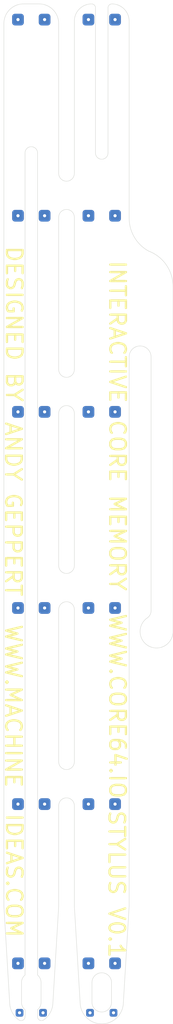
<source format=kicad_pcb>
(kicad_pcb (version 20171130) (host pcbnew "(5.1.2-1)-1")

  (general
    (thickness 1.6)
    (drawings 113)
    (tracks 0)
    (zones 0)
    (modules 32)
    (nets 1)
  )

  (page A4)
  (layers
    (0 F.Cu signal)
    (31 B.Cu signal)
    (32 B.Adhes user)
    (33 F.Adhes user)
    (34 B.Paste user)
    (35 F.Paste user)
    (36 B.SilkS user)
    (37 F.SilkS user)
    (38 B.Mask user)
    (39 F.Mask user)
    (40 Dwgs.User user hide)
    (41 Cmts.User user)
    (42 Eco1.User user hide)
    (43 Eco2.User user hide)
    (44 Edge.Cuts user)
    (45 Margin user)
    (46 B.CrtYd user)
    (47 F.CrtYd user)
    (48 B.Fab user)
    (49 F.Fab user hide)
  )

  (setup
    (last_trace_width 0.25)
    (trace_clearance 0.2)
    (zone_clearance 0.508)
    (zone_45_only no)
    (trace_min 0.2)
    (via_size 0.8)
    (via_drill 0.4)
    (via_min_size 0.4)
    (via_min_drill 0.3)
    (uvia_size 0.3)
    (uvia_drill 0.1)
    (uvias_allowed no)
    (uvia_min_size 0.2)
    (uvia_min_drill 0.1)
    (edge_width 0.05)
    (segment_width 0.2)
    (pcb_text_width 0.3)
    (pcb_text_size 1.5 1.5)
    (mod_edge_width 0.12)
    (mod_text_size 1 1)
    (mod_text_width 0.15)
    (pad_size 1.524 1.524)
    (pad_drill 0.762)
    (pad_to_mask_clearance 0.051)
    (solder_mask_min_width 0.25)
    (aux_axis_origin 0 0)
    (visible_elements FFFFEF7F)
    (pcbplotparams
      (layerselection 0x010f0_ffffffff)
      (usegerberextensions false)
      (usegerberattributes false)
      (usegerberadvancedattributes false)
      (creategerberjobfile false)
      (excludeedgelayer true)
      (linewidth 0.100000)
      (plotframeref false)
      (viasonmask false)
      (mode 1)
      (useauxorigin false)
      (hpglpennumber 1)
      (hpglpenspeed 20)
      (hpglpendiameter 15.000000)
      (psnegative false)
      (psa4output false)
      (plotreference true)
      (plotvalue true)
      (plotinvisibletext false)
      (padsonsilk false)
      (subtractmaskfromsilk false)
      (outputformat 1)
      (mirror false)
      (drillshape 0)
      (scaleselection 1)
      (outputdirectory "Core64_Stylus_V0.1_Gerbers/"))
  )

  (net 0 "")

  (net_class Default "This is the default net class."
    (clearance 0.2)
    (trace_width 0.25)
    (via_dia 0.8)
    (via_drill 0.4)
    (uvia_dia 0.3)
    (uvia_drill 0.1)
  )

  (module Panelization:mouse-bite-3mm-slot (layer F.Cu) (tedit 6050F014) (tstamp 60513A31)
    (at 29 124.4 90)
    (fp_text reference mouse-bite-3mm-slot (at 0 -2.032 90) (layer F.SilkS) hide
      (effects (font (size 1 1) (thickness 0.2)))
    )
    (fp_text value VAL** (at 0 2.032 90) (layer F.SilkS) hide
      (effects (font (size 1 1) (thickness 0.2)))
    )
    (fp_line (start 2.762 0) (end 2.762 0) (layer Eco1.User) (width 2))
    (fp_line (start -2.762 0) (end -2.762 0) (layer Eco1.User) (width 2))
    (fp_circle (center -2.762 0) (end -2.762 -0.06) (layer Dwgs.User) (width 0.05))
    (fp_circle (center 2.794 0) (end 2.854 0) (layer Dwgs.User) (width 0.05))
    (fp_arc (start 2.762 0) (end 2.762 1) (angle 180) (layer Eco2.User) (width 0.1))
    (fp_arc (start -2.762 0) (end -2.762 -1) (angle 180) (layer Eco2.User) (width 0.1))
    (pad "" np_thru_hole circle (at 1.524 0.75 90) (size 0.5 0.5) (drill 0.5) (layers *.Cu *.Mask))
    (pad "" np_thru_hole circle (at 1.524 -0.75 90) (size 0.5 0.5) (drill 0.5) (layers *.Cu *.Mask))
    (pad "" np_thru_hole circle (at 0.762 -0.75 90) (size 0.5 0.5) (drill 0.5) (layers *.Cu *.Mask))
    (pad "" np_thru_hole circle (at 0.762 0.75 90) (size 0.5 0.5) (drill 0.5) (layers *.Cu *.Mask))
    (pad "" np_thru_hole circle (at -0.012 0.75 90) (size 0.5 0.5) (drill 0.5) (layers *.Cu *.Mask))
    (pad "" np_thru_hole circle (at -1.512 0.75 90) (size 0.5 0.5) (drill 0.5) (layers *.Cu *.Mask))
    (pad "" np_thru_hole circle (at -1.512 -0.75 90) (size 0.5 0.5) (drill 0.5) (layers *.Cu *.Mask))
    (pad "" np_thru_hole circle (at -0.012 -0.75 90) (size 0.5 0.5) (drill 0.5) (layers *.Cu *.Mask))
    (pad "" np_thru_hole circle (at -0.762 0.75 90) (size 0.5 0.5) (drill 0.5) (layers *.Cu *.Mask))
    (pad "" np_thru_hole circle (at -0.762 -0.75 90) (size 0.5 0.5) (drill 0.5) (layers *.Cu *.Mask))
  )

  (module Panelization:mouse-bite-3mm-slot (layer F.Cu) (tedit 6050F014) (tstamp 60513A0B)
    (at 29 99.4 90)
    (fp_text reference mouse-bite-3mm-slot (at 0 -2.032 90) (layer F.SilkS) hide
      (effects (font (size 1 1) (thickness 0.2)))
    )
    (fp_text value VAL** (at 0 2.032 90) (layer F.SilkS) hide
      (effects (font (size 1 1) (thickness 0.2)))
    )
    (fp_line (start 2.762 0) (end 2.762 0) (layer Eco1.User) (width 2))
    (fp_line (start -2.762 0) (end -2.762 0) (layer Eco1.User) (width 2))
    (fp_circle (center -2.762 0) (end -2.762 -0.06) (layer Dwgs.User) (width 0.05))
    (fp_circle (center 2.794 0) (end 2.854 0) (layer Dwgs.User) (width 0.05))
    (fp_arc (start 2.762 0) (end 2.762 1) (angle 180) (layer Eco2.User) (width 0.1))
    (fp_arc (start -2.762 0) (end -2.762 -1) (angle 180) (layer Eco2.User) (width 0.1))
    (pad "" np_thru_hole circle (at 1.524 0.75 90) (size 0.5 0.5) (drill 0.5) (layers *.Cu *.Mask))
    (pad "" np_thru_hole circle (at 1.524 -0.75 90) (size 0.5 0.5) (drill 0.5) (layers *.Cu *.Mask))
    (pad "" np_thru_hole circle (at 0.762 -0.75 90) (size 0.5 0.5) (drill 0.5) (layers *.Cu *.Mask))
    (pad "" np_thru_hole circle (at 0.762 0.75 90) (size 0.5 0.5) (drill 0.5) (layers *.Cu *.Mask))
    (pad "" np_thru_hole circle (at -0.012 0.75 90) (size 0.5 0.5) (drill 0.5) (layers *.Cu *.Mask))
    (pad "" np_thru_hole circle (at -1.512 0.75 90) (size 0.5 0.5) (drill 0.5) (layers *.Cu *.Mask))
    (pad "" np_thru_hole circle (at -1.512 -0.75 90) (size 0.5 0.5) (drill 0.5) (layers *.Cu *.Mask))
    (pad "" np_thru_hole circle (at -0.012 -0.75 90) (size 0.5 0.5) (drill 0.5) (layers *.Cu *.Mask))
    (pad "" np_thru_hole circle (at -0.762 0.75 90) (size 0.5 0.5) (drill 0.5) (layers *.Cu *.Mask))
    (pad "" np_thru_hole circle (at -0.762 -0.75 90) (size 0.5 0.5) (drill 0.5) (layers *.Cu *.Mask))
  )

  (module Panelization:mouse-bite-3mm-slot (layer F.Cu) (tedit 6050F014) (tstamp 605139E5)
    (at 29 74.4 90)
    (fp_text reference mouse-bite-3mm-slot (at 0 -2.032 90) (layer F.SilkS) hide
      (effects (font (size 1 1) (thickness 0.2)))
    )
    (fp_text value VAL** (at 0 2.032 90) (layer F.SilkS) hide
      (effects (font (size 1 1) (thickness 0.2)))
    )
    (fp_line (start 2.762 0) (end 2.762 0) (layer Eco1.User) (width 2))
    (fp_line (start -2.762 0) (end -2.762 0) (layer Eco1.User) (width 2))
    (fp_circle (center -2.762 0) (end -2.762 -0.06) (layer Dwgs.User) (width 0.05))
    (fp_circle (center 2.794 0) (end 2.854 0) (layer Dwgs.User) (width 0.05))
    (fp_arc (start 2.762 0) (end 2.762 1) (angle 180) (layer Eco2.User) (width 0.1))
    (fp_arc (start -2.762 0) (end -2.762 -1) (angle 180) (layer Eco2.User) (width 0.1))
    (pad "" np_thru_hole circle (at 1.524 0.75 90) (size 0.5 0.5) (drill 0.5) (layers *.Cu *.Mask))
    (pad "" np_thru_hole circle (at 1.524 -0.75 90) (size 0.5 0.5) (drill 0.5) (layers *.Cu *.Mask))
    (pad "" np_thru_hole circle (at 0.762 -0.75 90) (size 0.5 0.5) (drill 0.5) (layers *.Cu *.Mask))
    (pad "" np_thru_hole circle (at 0.762 0.75 90) (size 0.5 0.5) (drill 0.5) (layers *.Cu *.Mask))
    (pad "" np_thru_hole circle (at -0.012 0.75 90) (size 0.5 0.5) (drill 0.5) (layers *.Cu *.Mask))
    (pad "" np_thru_hole circle (at -1.512 0.75 90) (size 0.5 0.5) (drill 0.5) (layers *.Cu *.Mask))
    (pad "" np_thru_hole circle (at -1.512 -0.75 90) (size 0.5 0.5) (drill 0.5) (layers *.Cu *.Mask))
    (pad "" np_thru_hole circle (at -0.012 -0.75 90) (size 0.5 0.5) (drill 0.5) (layers *.Cu *.Mask))
    (pad "" np_thru_hole circle (at -0.762 0.75 90) (size 0.5 0.5) (drill 0.5) (layers *.Cu *.Mask))
    (pad "" np_thru_hole circle (at -0.762 -0.75 90) (size 0.5 0.5) (drill 0.5) (layers *.Cu *.Mask))
  )

  (module Panelization:mouse-bite-3mm-slot (layer F.Cu) (tedit 6050F014) (tstamp 6050C8B4)
    (at 29 49.4 90)
    (fp_text reference mouse-bite-3mm-slot (at 0 -2.032 90) (layer F.SilkS) hide
      (effects (font (size 1 1) (thickness 0.2)))
    )
    (fp_text value VAL** (at 0 2.032 90) (layer F.SilkS) hide
      (effects (font (size 1 1) (thickness 0.2)))
    )
    (fp_line (start 2.762 0) (end 2.762 0) (layer Eco1.User) (width 2))
    (fp_line (start -2.762 0) (end -2.762 0) (layer Eco1.User) (width 2))
    (fp_circle (center -2.762 0) (end -2.762 -0.06) (layer Dwgs.User) (width 0.05))
    (fp_circle (center 2.794 0) (end 2.854 0) (layer Dwgs.User) (width 0.05))
    (fp_arc (start 2.762 0) (end 2.762 1) (angle 180) (layer Eco2.User) (width 0.1))
    (fp_arc (start -2.762 0) (end -2.762 -1) (angle 180) (layer Eco2.User) (width 0.1))
    (pad "" np_thru_hole circle (at 1.524 0.75 90) (size 0.5 0.5) (drill 0.5) (layers *.Cu *.Mask))
    (pad "" np_thru_hole circle (at 1.524 -0.75 90) (size 0.5 0.5) (drill 0.5) (layers *.Cu *.Mask))
    (pad "" np_thru_hole circle (at 0.762 -0.75 90) (size 0.5 0.5) (drill 0.5) (layers *.Cu *.Mask))
    (pad "" np_thru_hole circle (at 0.762 0.75 90) (size 0.5 0.5) (drill 0.5) (layers *.Cu *.Mask))
    (pad "" np_thru_hole circle (at -0.012 0.75 90) (size 0.5 0.5) (drill 0.5) (layers *.Cu *.Mask))
    (pad "" np_thru_hole circle (at -1.512 0.75 90) (size 0.5 0.5) (drill 0.5) (layers *.Cu *.Mask))
    (pad "" np_thru_hole circle (at -1.512 -0.75 90) (size 0.5 0.5) (drill 0.5) (layers *.Cu *.Mask))
    (pad "" np_thru_hole circle (at -0.012 -0.75 90) (size 0.5 0.5) (drill 0.5) (layers *.Cu *.Mask))
    (pad "" np_thru_hole circle (at -0.762 0.75 90) (size 0.5 0.5) (drill 0.5) (layers *.Cu *.Mask))
    (pad "" np_thru_hole circle (at -0.762 -0.75 90) (size 0.5 0.5) (drill 0.5) (layers *.Cu *.Mask))
  )

  (module TestPoint:TestPoint_Pad_1.0x1.0mm_no_silk_screen (layer F.Cu) (tedit 6050E7D9) (tstamp 605136B8)
    (at 26 153.6)
    (descr "SMD rectangular pad as test Point, square 1.5mm side length")
    (tags "test point SMD pad rectangle square")
    (attr virtual)
    (fp_text reference REF** (at 0 -1.648) (layer F.SilkS) hide
      (effects (font (size 1 1) (thickness 0.15)))
    )
    (fp_text value TestPoint_Pad_1.0x1.0mm_no_silk_screen (at 0 1.75) (layer F.Fab)
      (effects (font (size 1 1) (thickness 0.15)))
    )
    (fp_line (start 0.508 0.508) (end -0.508 0.508) (layer F.CrtYd) (width 0.05))
    (fp_line (start 0.508 0.508) (end 0.508 -0.508) (layer F.CrtYd) (width 0.05))
    (fp_line (start -0.508 -0.508) (end -0.508 0.508) (layer F.CrtYd) (width 0.05))
    (fp_line (start -0.508 -0.508) (end 0.508 -0.508) (layer F.CrtYd) (width 0.05))
    (fp_text user %R (at 0 -1.65) (layer F.Fab)
      (effects (font (size 1 1) (thickness 0.15)))
    )
    (pad 1 thru_hole roundrect (at 0 0) (size 1 1) (drill 0.4) (layers *.Cu *.Mask) (roundrect_rratio 0.25))
  )

  (module TestPoint:TestPoint_Pad_1.0x1.0mm_no_silk_screen (layer F.Cu) (tedit 6050E7D9) (tstamp 605136AF)
    (at 23 153.6)
    (descr "SMD rectangular pad as test Point, square 1.5mm side length")
    (tags "test point SMD pad rectangle square")
    (attr virtual)
    (fp_text reference REF** (at 0 -1.648) (layer F.SilkS) hide
      (effects (font (size 1 1) (thickness 0.15)))
    )
    (fp_text value TestPoint_Pad_1.0x1.0mm_no_silk_screen (at 0 1.75) (layer F.Fab)
      (effects (font (size 1 1) (thickness 0.15)))
    )
    (fp_line (start 0.508 0.508) (end -0.508 0.508) (layer F.CrtYd) (width 0.05))
    (fp_line (start 0.508 0.508) (end 0.508 -0.508) (layer F.CrtYd) (width 0.05))
    (fp_line (start -0.508 -0.508) (end -0.508 0.508) (layer F.CrtYd) (width 0.05))
    (fp_line (start -0.508 -0.508) (end 0.508 -0.508) (layer F.CrtYd) (width 0.05))
    (fp_text user %R (at 0 -1.65) (layer F.Fab)
      (effects (font (size 1 1) (thickness 0.15)))
    )
    (pad 1 thru_hole roundrect (at 0 0) (size 1 1) (drill 0.4) (layers *.Cu *.Mask) (roundrect_rratio 0.25))
  )

  (module TestPoint:TestPoint_Pad_1.0x1.0mm_no_silk_screen (layer F.Cu) (tedit 6050E7D9) (tstamp 60513601)
    (at 35 153.6)
    (descr "SMD rectangular pad as test Point, square 1.5mm side length")
    (tags "test point SMD pad rectangle square")
    (attr virtual)
    (fp_text reference REF** (at 0 -1.648) (layer F.SilkS) hide
      (effects (font (size 1 1) (thickness 0.15)))
    )
    (fp_text value TestPoint_Pad_1.0x1.0mm_no_silk_screen (at 0 1.75) (layer F.Fab)
      (effects (font (size 1 1) (thickness 0.15)))
    )
    (fp_line (start 0.508 0.508) (end -0.508 0.508) (layer F.CrtYd) (width 0.05))
    (fp_line (start 0.508 0.508) (end 0.508 -0.508) (layer F.CrtYd) (width 0.05))
    (fp_line (start -0.508 -0.508) (end -0.508 0.508) (layer F.CrtYd) (width 0.05))
    (fp_line (start -0.508 -0.508) (end 0.508 -0.508) (layer F.CrtYd) (width 0.05))
    (fp_text user %R (at 0 -1.65) (layer F.Fab)
      (effects (font (size 1 1) (thickness 0.15)))
    )
    (pad 1 thru_hole roundrect (at 0 0) (size 1 1) (drill 0.4) (layers *.Cu *.Mask) (roundrect_rratio 0.25))
  )

  (module TestPoint:TestPoint_Pad_1.0x1.0mm_no_silk_screen (layer F.Cu) (tedit 6050E7D9) (tstamp 605134D7)
    (at 32 153.6)
    (descr "SMD rectangular pad as test Point, square 1.5mm side length")
    (tags "test point SMD pad rectangle square")
    (attr virtual)
    (fp_text reference REF** (at 0 -1.648) (layer F.SilkS) hide
      (effects (font (size 1 1) (thickness 0.15)))
    )
    (fp_text value TestPoint_Pad_1.0x1.0mm_no_silk_screen (at 0 1.75) (layer F.Fab)
      (effects (font (size 1 1) (thickness 0.15)))
    )
    (fp_line (start 0.508 0.508) (end -0.508 0.508) (layer F.CrtYd) (width 0.05))
    (fp_line (start 0.508 0.508) (end 0.508 -0.508) (layer F.CrtYd) (width 0.05))
    (fp_line (start -0.508 -0.508) (end -0.508 0.508) (layer F.CrtYd) (width 0.05))
    (fp_line (start -0.508 -0.508) (end 0.508 -0.508) (layer F.CrtYd) (width 0.05))
    (fp_text user %R (at 0 -1.65) (layer F.Fab)
      (effects (font (size 1 1) (thickness 0.15)))
    )
    (pad 1 thru_hole roundrect (at 0 0) (size 1 1) (drill 0.4) (layers *.Cu *.Mask) (roundrect_rratio 0.25))
  )

  (module TestPoint:TestPoint_Pad_1.5x1.5mm_no_silk_screen (layer F.Cu) (tedit 6050E770) (tstamp 605136A6)
    (at 26.2 27)
    (descr "SMD rectangular pad as test Point, square 1.5mm side length")
    (tags "test point SMD pad rectangle square")
    (attr virtual)
    (fp_text reference REF** (at 0 -1.648) (layer F.SilkS) hide
      (effects (font (size 1 1) (thickness 0.15)))
    )
    (fp_text value TestPoint_Pad_1.5x1.5mm_no_silk_screen (at 0 1.75) (layer F.Fab)
      (effects (font (size 1 1) (thickness 0.15)))
    )
    (fp_line (start 0.762 0.7366) (end -0.762 0.7366) (layer F.CrtYd) (width 0.05))
    (fp_line (start 0.762 0.7366) (end 0.762 -0.762) (layer F.CrtYd) (width 0.05))
    (fp_line (start -0.762 -0.762) (end -0.762 0.7366) (layer F.CrtYd) (width 0.05))
    (fp_line (start -0.762 -0.762) (end 0.762 -0.762) (layer F.CrtYd) (width 0.05))
    (fp_text user %R (at 0 -1.65) (layer F.Fab)
      (effects (font (size 1 1) (thickness 0.15)))
    )
    (pad 1 thru_hole roundrect (at 0 0) (size 1.5 1.5) (drill 0.4) (layers *.Cu *.Mask) (roundrect_rratio 0.25))
  )

  (module TestPoint:TestPoint_Pad_1.5x1.5mm_no_silk_screen (layer F.Cu) (tedit 6050E770) (tstamp 6051369D)
    (at 22.8 27)
    (descr "SMD rectangular pad as test Point, square 1.5mm side length")
    (tags "test point SMD pad rectangle square")
    (attr virtual)
    (fp_text reference REF** (at 0 -1.648) (layer F.SilkS) hide
      (effects (font (size 1 1) (thickness 0.15)))
    )
    (fp_text value TestPoint_Pad_1.5x1.5mm_no_silk_screen (at 0 1.75) (layer F.Fab)
      (effects (font (size 1 1) (thickness 0.15)))
    )
    (fp_line (start 0.762 0.7366) (end -0.762 0.7366) (layer F.CrtYd) (width 0.05))
    (fp_line (start 0.762 0.7366) (end 0.762 -0.762) (layer F.CrtYd) (width 0.05))
    (fp_line (start -0.762 -0.762) (end -0.762 0.7366) (layer F.CrtYd) (width 0.05))
    (fp_line (start -0.762 -0.762) (end 0.762 -0.762) (layer F.CrtYd) (width 0.05))
    (fp_text user %R (at 0 -1.65) (layer F.Fab)
      (effects (font (size 1 1) (thickness 0.15)))
    )
    (pad 1 thru_hole roundrect (at 0 0) (size 1.5 1.5) (drill 0.4) (layers *.Cu *.Mask) (roundrect_rratio 0.25))
  )

  (module TestPoint:TestPoint_Pad_1.5x1.5mm_no_silk_screen (layer F.Cu) (tedit 6050E770) (tstamp 60513694)
    (at 26.2 147.3)
    (descr "SMD rectangular pad as test Point, square 1.5mm side length")
    (tags "test point SMD pad rectangle square")
    (attr virtual)
    (fp_text reference REF** (at 0 -1.648) (layer F.SilkS) hide
      (effects (font (size 1 1) (thickness 0.15)))
    )
    (fp_text value TestPoint_Pad_1.5x1.5mm_no_silk_screen (at 0 1.75) (layer F.Fab)
      (effects (font (size 1 1) (thickness 0.15)))
    )
    (fp_line (start 0.762 0.7366) (end -0.762 0.7366) (layer F.CrtYd) (width 0.05))
    (fp_line (start 0.762 0.7366) (end 0.762 -0.762) (layer F.CrtYd) (width 0.05))
    (fp_line (start -0.762 -0.762) (end -0.762 0.7366) (layer F.CrtYd) (width 0.05))
    (fp_line (start -0.762 -0.762) (end 0.762 -0.762) (layer F.CrtYd) (width 0.05))
    (fp_text user %R (at 0 -1.65) (layer F.Fab)
      (effects (font (size 1 1) (thickness 0.15)))
    )
    (pad 1 thru_hole roundrect (at 0 0) (size 1.5 1.5) (drill 0.4) (layers *.Cu *.Mask) (roundrect_rratio 0.25))
  )

  (module TestPoint:TestPoint_Pad_1.5x1.5mm_no_silk_screen (layer F.Cu) (tedit 6050E770) (tstamp 6051368B)
    (at 26.2 127)
    (descr "SMD rectangular pad as test Point, square 1.5mm side length")
    (tags "test point SMD pad rectangle square")
    (attr virtual)
    (fp_text reference REF** (at 0 -1.648) (layer F.SilkS) hide
      (effects (font (size 1 1) (thickness 0.15)))
    )
    (fp_text value TestPoint_Pad_1.5x1.5mm_no_silk_screen (at 0 1.75) (layer F.Fab)
      (effects (font (size 1 1) (thickness 0.15)))
    )
    (fp_line (start 0.762 0.7366) (end -0.762 0.7366) (layer F.CrtYd) (width 0.05))
    (fp_line (start 0.762 0.7366) (end 0.762 -0.762) (layer F.CrtYd) (width 0.05))
    (fp_line (start -0.762 -0.762) (end -0.762 0.7366) (layer F.CrtYd) (width 0.05))
    (fp_line (start -0.762 -0.762) (end 0.762 -0.762) (layer F.CrtYd) (width 0.05))
    (fp_text user %R (at 0 -1.65) (layer F.Fab)
      (effects (font (size 1 1) (thickness 0.15)))
    )
    (pad 1 thru_hole roundrect (at 0 0) (size 1.5 1.5) (drill 0.4) (layers *.Cu *.Mask) (roundrect_rratio 0.25))
  )

  (module TestPoint:TestPoint_Pad_1.5x1.5mm_no_silk_screen (layer F.Cu) (tedit 6050E770) (tstamp 60513682)
    (at 26.2 102)
    (descr "SMD rectangular pad as test Point, square 1.5mm side length")
    (tags "test point SMD pad rectangle square")
    (attr virtual)
    (fp_text reference REF** (at 0 -1.648) (layer F.SilkS) hide
      (effects (font (size 1 1) (thickness 0.15)))
    )
    (fp_text value TestPoint_Pad_1.5x1.5mm_no_silk_screen (at 0 1.75) (layer F.Fab)
      (effects (font (size 1 1) (thickness 0.15)))
    )
    (fp_line (start 0.762 0.7366) (end -0.762 0.7366) (layer F.CrtYd) (width 0.05))
    (fp_line (start 0.762 0.7366) (end 0.762 -0.762) (layer F.CrtYd) (width 0.05))
    (fp_line (start -0.762 -0.762) (end -0.762 0.7366) (layer F.CrtYd) (width 0.05))
    (fp_line (start -0.762 -0.762) (end 0.762 -0.762) (layer F.CrtYd) (width 0.05))
    (fp_text user %R (at 0 -1.65) (layer F.Fab)
      (effects (font (size 1 1) (thickness 0.15)))
    )
    (pad 1 thru_hole roundrect (at 0 0) (size 1.5 1.5) (drill 0.4) (layers *.Cu *.Mask) (roundrect_rratio 0.25))
  )

  (module TestPoint:TestPoint_Pad_1.5x1.5mm_no_silk_screen (layer F.Cu) (tedit 6050E770) (tstamp 60513679)
    (at 26.2 77)
    (descr "SMD rectangular pad as test Point, square 1.5mm side length")
    (tags "test point SMD pad rectangle square")
    (attr virtual)
    (fp_text reference REF** (at 0 -1.648) (layer F.SilkS) hide
      (effects (font (size 1 1) (thickness 0.15)))
    )
    (fp_text value TestPoint_Pad_1.5x1.5mm_no_silk_screen (at 0 1.75) (layer F.Fab)
      (effects (font (size 1 1) (thickness 0.15)))
    )
    (fp_line (start 0.762 0.7366) (end -0.762 0.7366) (layer F.CrtYd) (width 0.05))
    (fp_line (start 0.762 0.7366) (end 0.762 -0.762) (layer F.CrtYd) (width 0.05))
    (fp_line (start -0.762 -0.762) (end -0.762 0.7366) (layer F.CrtYd) (width 0.05))
    (fp_line (start -0.762 -0.762) (end 0.762 -0.762) (layer F.CrtYd) (width 0.05))
    (fp_text user %R (at 0 -1.65) (layer F.Fab)
      (effects (font (size 1 1) (thickness 0.15)))
    )
    (pad 1 thru_hole roundrect (at 0 0) (size 1.5 1.5) (drill 0.4) (layers *.Cu *.Mask) (roundrect_rratio 0.25))
  )

  (module TestPoint:TestPoint_Pad_1.5x1.5mm_no_silk_screen (layer F.Cu) (tedit 6050E770) (tstamp 60513670)
    (at 26.2 52)
    (descr "SMD rectangular pad as test Point, square 1.5mm side length")
    (tags "test point SMD pad rectangle square")
    (attr virtual)
    (fp_text reference REF** (at 0 -1.648) (layer F.SilkS) hide
      (effects (font (size 1 1) (thickness 0.15)))
    )
    (fp_text value TestPoint_Pad_1.5x1.5mm_no_silk_screen (at 0 1.75) (layer F.Fab)
      (effects (font (size 1 1) (thickness 0.15)))
    )
    (fp_line (start 0.762 0.7366) (end -0.762 0.7366) (layer F.CrtYd) (width 0.05))
    (fp_line (start 0.762 0.7366) (end 0.762 -0.762) (layer F.CrtYd) (width 0.05))
    (fp_line (start -0.762 -0.762) (end -0.762 0.7366) (layer F.CrtYd) (width 0.05))
    (fp_line (start -0.762 -0.762) (end 0.762 -0.762) (layer F.CrtYd) (width 0.05))
    (fp_text user %R (at 0 -1.65) (layer F.Fab)
      (effects (font (size 1 1) (thickness 0.15)))
    )
    (pad 1 thru_hole roundrect (at 0 0) (size 1.5 1.5) (drill 0.4) (layers *.Cu *.Mask) (roundrect_rratio 0.25))
  )

  (module TestPoint:TestPoint_Pad_1.5x1.5mm_no_silk_screen (layer F.Cu) (tedit 6050E770) (tstamp 60513667)
    (at 22.8 147.3)
    (descr "SMD rectangular pad as test Point, square 1.5mm side length")
    (tags "test point SMD pad rectangle square")
    (attr virtual)
    (fp_text reference REF** (at 0 -1.648) (layer F.SilkS) hide
      (effects (font (size 1 1) (thickness 0.15)))
    )
    (fp_text value TestPoint_Pad_1.5x1.5mm_no_silk_screen (at 0 1.75) (layer F.Fab)
      (effects (font (size 1 1) (thickness 0.15)))
    )
    (fp_line (start 0.762 0.7366) (end -0.762 0.7366) (layer F.CrtYd) (width 0.05))
    (fp_line (start 0.762 0.7366) (end 0.762 -0.762) (layer F.CrtYd) (width 0.05))
    (fp_line (start -0.762 -0.762) (end -0.762 0.7366) (layer F.CrtYd) (width 0.05))
    (fp_line (start -0.762 -0.762) (end 0.762 -0.762) (layer F.CrtYd) (width 0.05))
    (fp_text user %R (at 0 -1.65) (layer F.Fab)
      (effects (font (size 1 1) (thickness 0.15)))
    )
    (pad 1 thru_hole roundrect (at 0 0) (size 1.5 1.5) (drill 0.4) (layers *.Cu *.Mask) (roundrect_rratio 0.25))
  )

  (module TestPoint:TestPoint_Pad_1.5x1.5mm_no_silk_screen (layer F.Cu) (tedit 6050E770) (tstamp 6051365E)
    (at 22.8 127)
    (descr "SMD rectangular pad as test Point, square 1.5mm side length")
    (tags "test point SMD pad rectangle square")
    (attr virtual)
    (fp_text reference REF** (at 0 -1.648) (layer F.SilkS) hide
      (effects (font (size 1 1) (thickness 0.15)))
    )
    (fp_text value TestPoint_Pad_1.5x1.5mm_no_silk_screen (at 0 1.75) (layer F.Fab)
      (effects (font (size 1 1) (thickness 0.15)))
    )
    (fp_line (start 0.762 0.7366) (end -0.762 0.7366) (layer F.CrtYd) (width 0.05))
    (fp_line (start 0.762 0.7366) (end 0.762 -0.762) (layer F.CrtYd) (width 0.05))
    (fp_line (start -0.762 -0.762) (end -0.762 0.7366) (layer F.CrtYd) (width 0.05))
    (fp_line (start -0.762 -0.762) (end 0.762 -0.762) (layer F.CrtYd) (width 0.05))
    (fp_text user %R (at 0 -1.65) (layer F.Fab)
      (effects (font (size 1 1) (thickness 0.15)))
    )
    (pad 1 thru_hole roundrect (at 0 0) (size 1.5 1.5) (drill 0.4) (layers *.Cu *.Mask) (roundrect_rratio 0.25))
  )

  (module TestPoint:TestPoint_Pad_1.5x1.5mm_no_silk_screen (layer F.Cu) (tedit 6050E770) (tstamp 60513655)
    (at 22.8 102)
    (descr "SMD rectangular pad as test Point, square 1.5mm side length")
    (tags "test point SMD pad rectangle square")
    (attr virtual)
    (fp_text reference REF** (at 0 -1.648) (layer F.SilkS) hide
      (effects (font (size 1 1) (thickness 0.15)))
    )
    (fp_text value TestPoint_Pad_1.5x1.5mm_no_silk_screen (at 0 1.75) (layer F.Fab)
      (effects (font (size 1 1) (thickness 0.15)))
    )
    (fp_line (start 0.762 0.7366) (end -0.762 0.7366) (layer F.CrtYd) (width 0.05))
    (fp_line (start 0.762 0.7366) (end 0.762 -0.762) (layer F.CrtYd) (width 0.05))
    (fp_line (start -0.762 -0.762) (end -0.762 0.7366) (layer F.CrtYd) (width 0.05))
    (fp_line (start -0.762 -0.762) (end 0.762 -0.762) (layer F.CrtYd) (width 0.05))
    (fp_text user %R (at 0 -1.65) (layer F.Fab)
      (effects (font (size 1 1) (thickness 0.15)))
    )
    (pad 1 thru_hole roundrect (at 0 0) (size 1.5 1.5) (drill 0.4) (layers *.Cu *.Mask) (roundrect_rratio 0.25))
  )

  (module TestPoint:TestPoint_Pad_1.5x1.5mm_no_silk_screen (layer F.Cu) (tedit 6050E770) (tstamp 6051364C)
    (at 22.8 77)
    (descr "SMD rectangular pad as test Point, square 1.5mm side length")
    (tags "test point SMD pad rectangle square")
    (attr virtual)
    (fp_text reference REF** (at 0 -1.648) (layer F.SilkS) hide
      (effects (font (size 1 1) (thickness 0.15)))
    )
    (fp_text value TestPoint_Pad_1.5x1.5mm_no_silk_screen (at 0 1.75) (layer F.Fab)
      (effects (font (size 1 1) (thickness 0.15)))
    )
    (fp_line (start 0.762 0.7366) (end -0.762 0.7366) (layer F.CrtYd) (width 0.05))
    (fp_line (start 0.762 0.7366) (end 0.762 -0.762) (layer F.CrtYd) (width 0.05))
    (fp_line (start -0.762 -0.762) (end -0.762 0.7366) (layer F.CrtYd) (width 0.05))
    (fp_line (start -0.762 -0.762) (end 0.762 -0.762) (layer F.CrtYd) (width 0.05))
    (fp_text user %R (at 0 -1.65) (layer F.Fab)
      (effects (font (size 1 1) (thickness 0.15)))
    )
    (pad 1 thru_hole roundrect (at 0 0) (size 1.5 1.5) (drill 0.4) (layers *.Cu *.Mask) (roundrect_rratio 0.25))
  )

  (module TestPoint:TestPoint_Pad_1.5x1.5mm_no_silk_screen (layer F.Cu) (tedit 6050E770) (tstamp 60513643)
    (at 22.8 52)
    (descr "SMD rectangular pad as test Point, square 1.5mm side length")
    (tags "test point SMD pad rectangle square")
    (attr virtual)
    (fp_text reference REF** (at 0 -1.648) (layer F.SilkS) hide
      (effects (font (size 1 1) (thickness 0.15)))
    )
    (fp_text value TestPoint_Pad_1.5x1.5mm_no_silk_screen (at 0 1.75) (layer F.Fab)
      (effects (font (size 1 1) (thickness 0.15)))
    )
    (fp_line (start 0.762 0.7366) (end -0.762 0.7366) (layer F.CrtYd) (width 0.05))
    (fp_line (start 0.762 0.7366) (end 0.762 -0.762) (layer F.CrtYd) (width 0.05))
    (fp_line (start -0.762 -0.762) (end -0.762 0.7366) (layer F.CrtYd) (width 0.05))
    (fp_line (start -0.762 -0.762) (end 0.762 -0.762) (layer F.CrtYd) (width 0.05))
    (fp_text user %R (at 0 -1.65) (layer F.Fab)
      (effects (font (size 1 1) (thickness 0.15)))
    )
    (pad 1 thru_hole roundrect (at 0 0) (size 1.5 1.5) (drill 0.4) (layers *.Cu *.Mask) (roundrect_rratio 0.25))
  )

  (module TestPoint:TestPoint_Pad_1.5x1.5mm_no_silk_screen (layer F.Cu) (tedit 6050E770) (tstamp 60512E38)
    (at 35.2 147.3)
    (descr "SMD rectangular pad as test Point, square 1.5mm side length")
    (tags "test point SMD pad rectangle square")
    (attr virtual)
    (fp_text reference REF** (at 0 -1.648) (layer F.SilkS) hide
      (effects (font (size 1 1) (thickness 0.15)))
    )
    (fp_text value TestPoint_Pad_1.5x1.5mm_no_silk_screen (at 0 1.75) (layer F.Fab)
      (effects (font (size 1 1) (thickness 0.15)))
    )
    (fp_line (start 0.762 0.7366) (end -0.762 0.7366) (layer F.CrtYd) (width 0.05))
    (fp_line (start 0.762 0.7366) (end 0.762 -0.762) (layer F.CrtYd) (width 0.05))
    (fp_line (start -0.762 -0.762) (end -0.762 0.7366) (layer F.CrtYd) (width 0.05))
    (fp_line (start -0.762 -0.762) (end 0.762 -0.762) (layer F.CrtYd) (width 0.05))
    (fp_text user %R (at 0 -1.65) (layer F.Fab)
      (effects (font (size 1 1) (thickness 0.15)))
    )
    (pad 1 thru_hole roundrect (at 0 0) (size 1.5 1.5) (drill 0.4) (layers *.Cu *.Mask) (roundrect_rratio 0.25))
  )

  (module TestPoint:TestPoint_Pad_1.5x1.5mm_no_silk_screen (layer F.Cu) (tedit 6050E770) (tstamp 60512E26)
    (at 35.2 127)
    (descr "SMD rectangular pad as test Point, square 1.5mm side length")
    (tags "test point SMD pad rectangle square")
    (attr virtual)
    (fp_text reference REF** (at 0 -1.648) (layer F.SilkS) hide
      (effects (font (size 1 1) (thickness 0.15)))
    )
    (fp_text value TestPoint_Pad_1.5x1.5mm_no_silk_screen (at 0 1.75) (layer F.Fab)
      (effects (font (size 1 1) (thickness 0.15)))
    )
    (fp_line (start 0.762 0.7366) (end -0.762 0.7366) (layer F.CrtYd) (width 0.05))
    (fp_line (start 0.762 0.7366) (end 0.762 -0.762) (layer F.CrtYd) (width 0.05))
    (fp_line (start -0.762 -0.762) (end -0.762 0.7366) (layer F.CrtYd) (width 0.05))
    (fp_line (start -0.762 -0.762) (end 0.762 -0.762) (layer F.CrtYd) (width 0.05))
    (fp_text user %R (at 0 -1.65) (layer F.Fab)
      (effects (font (size 1 1) (thickness 0.15)))
    )
    (pad 1 thru_hole roundrect (at 0 0) (size 1.5 1.5) (drill 0.4) (layers *.Cu *.Mask) (roundrect_rratio 0.25))
  )

  (module TestPoint:TestPoint_Pad_1.5x1.5mm_no_silk_screen (layer F.Cu) (tedit 6050E770) (tstamp 60512E14)
    (at 35.2 102)
    (descr "SMD rectangular pad as test Point, square 1.5mm side length")
    (tags "test point SMD pad rectangle square")
    (attr virtual)
    (fp_text reference REF** (at 0 -1.648) (layer F.SilkS) hide
      (effects (font (size 1 1) (thickness 0.15)))
    )
    (fp_text value TestPoint_Pad_1.5x1.5mm_no_silk_screen (at 0 1.75) (layer F.Fab)
      (effects (font (size 1 1) (thickness 0.15)))
    )
    (fp_line (start 0.762 0.7366) (end -0.762 0.7366) (layer F.CrtYd) (width 0.05))
    (fp_line (start 0.762 0.7366) (end 0.762 -0.762) (layer F.CrtYd) (width 0.05))
    (fp_line (start -0.762 -0.762) (end -0.762 0.7366) (layer F.CrtYd) (width 0.05))
    (fp_line (start -0.762 -0.762) (end 0.762 -0.762) (layer F.CrtYd) (width 0.05))
    (fp_text user %R (at 0 -1.65) (layer F.Fab)
      (effects (font (size 1 1) (thickness 0.15)))
    )
    (pad 1 thru_hole roundrect (at 0 0) (size 1.5 1.5) (drill 0.4) (layers *.Cu *.Mask) (roundrect_rratio 0.25))
  )

  (module TestPoint:TestPoint_Pad_1.5x1.5mm_no_silk_screen (layer F.Cu) (tedit 6050E770) (tstamp 60512E02)
    (at 35.2 77)
    (descr "SMD rectangular pad as test Point, square 1.5mm side length")
    (tags "test point SMD pad rectangle square")
    (attr virtual)
    (fp_text reference REF** (at 0 -1.648) (layer F.SilkS) hide
      (effects (font (size 1 1) (thickness 0.15)))
    )
    (fp_text value TestPoint_Pad_1.5x1.5mm_no_silk_screen (at 0 1.75) (layer F.Fab)
      (effects (font (size 1 1) (thickness 0.15)))
    )
    (fp_line (start 0.762 0.7366) (end -0.762 0.7366) (layer F.CrtYd) (width 0.05))
    (fp_line (start 0.762 0.7366) (end 0.762 -0.762) (layer F.CrtYd) (width 0.05))
    (fp_line (start -0.762 -0.762) (end -0.762 0.7366) (layer F.CrtYd) (width 0.05))
    (fp_line (start -0.762 -0.762) (end 0.762 -0.762) (layer F.CrtYd) (width 0.05))
    (fp_text user %R (at 0 -1.65) (layer F.Fab)
      (effects (font (size 1 1) (thickness 0.15)))
    )
    (pad 1 thru_hole roundrect (at 0 0) (size 1.5 1.5) (drill 0.4) (layers *.Cu *.Mask) (roundrect_rratio 0.25))
  )

  (module TestPoint:TestPoint_Pad_1.5x1.5mm_no_silk_screen (layer F.Cu) (tedit 6050E770) (tstamp 60512DF0)
    (at 35.2 52)
    (descr "SMD rectangular pad as test Point, square 1.5mm side length")
    (tags "test point SMD pad rectangle square")
    (attr virtual)
    (fp_text reference REF** (at 0 -1.648) (layer F.SilkS) hide
      (effects (font (size 1 1) (thickness 0.15)))
    )
    (fp_text value TestPoint_Pad_1.5x1.5mm_no_silk_screen (at 0 1.75) (layer F.Fab)
      (effects (font (size 1 1) (thickness 0.15)))
    )
    (fp_line (start 0.762 0.7366) (end -0.762 0.7366) (layer F.CrtYd) (width 0.05))
    (fp_line (start 0.762 0.7366) (end 0.762 -0.762) (layer F.CrtYd) (width 0.05))
    (fp_line (start -0.762 -0.762) (end -0.762 0.7366) (layer F.CrtYd) (width 0.05))
    (fp_line (start -0.762 -0.762) (end 0.762 -0.762) (layer F.CrtYd) (width 0.05))
    (fp_text user %R (at 0 -1.65) (layer F.Fab)
      (effects (font (size 1 1) (thickness 0.15)))
    )
    (pad 1 thru_hole roundrect (at 0 0) (size 1.5 1.5) (drill 0.4) (layers *.Cu *.Mask) (roundrect_rratio 0.25))
  )

  (module TestPoint:TestPoint_Pad_1.5x1.5mm_no_silk_screen (layer F.Cu) (tedit 6050E770) (tstamp 60512DD5)
    (at 31.8 147.3)
    (descr "SMD rectangular pad as test Point, square 1.5mm side length")
    (tags "test point SMD pad rectangle square")
    (attr virtual)
    (fp_text reference REF** (at 0 -1.648) (layer F.SilkS) hide
      (effects (font (size 1 1) (thickness 0.15)))
    )
    (fp_text value TestPoint_Pad_1.5x1.5mm_no_silk_screen (at 0 1.75) (layer F.Fab)
      (effects (font (size 1 1) (thickness 0.15)))
    )
    (fp_line (start 0.762 0.7366) (end -0.762 0.7366) (layer F.CrtYd) (width 0.05))
    (fp_line (start 0.762 0.7366) (end 0.762 -0.762) (layer F.CrtYd) (width 0.05))
    (fp_line (start -0.762 -0.762) (end -0.762 0.7366) (layer F.CrtYd) (width 0.05))
    (fp_line (start -0.762 -0.762) (end 0.762 -0.762) (layer F.CrtYd) (width 0.05))
    (fp_text user %R (at 0 -1.65) (layer F.Fab)
      (effects (font (size 1 1) (thickness 0.15)))
    )
    (pad 1 thru_hole roundrect (at 0 0) (size 1.5 1.5) (drill 0.4) (layers *.Cu *.Mask) (roundrect_rratio 0.25))
  )

  (module TestPoint:TestPoint_Pad_1.5x1.5mm_no_silk_screen (layer F.Cu) (tedit 6050E770) (tstamp 60512DC3)
    (at 31.8 127)
    (descr "SMD rectangular pad as test Point, square 1.5mm side length")
    (tags "test point SMD pad rectangle square")
    (attr virtual)
    (fp_text reference REF** (at 0 -1.648) (layer F.SilkS) hide
      (effects (font (size 1 1) (thickness 0.15)))
    )
    (fp_text value TestPoint_Pad_1.5x1.5mm_no_silk_screen (at 0 1.75) (layer F.Fab)
      (effects (font (size 1 1) (thickness 0.15)))
    )
    (fp_line (start 0.762 0.7366) (end -0.762 0.7366) (layer F.CrtYd) (width 0.05))
    (fp_line (start 0.762 0.7366) (end 0.762 -0.762) (layer F.CrtYd) (width 0.05))
    (fp_line (start -0.762 -0.762) (end -0.762 0.7366) (layer F.CrtYd) (width 0.05))
    (fp_line (start -0.762 -0.762) (end 0.762 -0.762) (layer F.CrtYd) (width 0.05))
    (fp_text user %R (at 0 -1.65) (layer F.Fab)
      (effects (font (size 1 1) (thickness 0.15)))
    )
    (pad 1 thru_hole roundrect (at 0 0) (size 1.5 1.5) (drill 0.4) (layers *.Cu *.Mask) (roundrect_rratio 0.25))
  )

  (module TestPoint:TestPoint_Pad_1.5x1.5mm_no_silk_screen (layer F.Cu) (tedit 6050E770) (tstamp 60512DB1)
    (at 31.8 102)
    (descr "SMD rectangular pad as test Point, square 1.5mm side length")
    (tags "test point SMD pad rectangle square")
    (attr virtual)
    (fp_text reference REF** (at 0 -1.648) (layer F.SilkS) hide
      (effects (font (size 1 1) (thickness 0.15)))
    )
    (fp_text value TestPoint_Pad_1.5x1.5mm_no_silk_screen (at 0 1.75) (layer F.Fab)
      (effects (font (size 1 1) (thickness 0.15)))
    )
    (fp_line (start 0.762 0.7366) (end -0.762 0.7366) (layer F.CrtYd) (width 0.05))
    (fp_line (start 0.762 0.7366) (end 0.762 -0.762) (layer F.CrtYd) (width 0.05))
    (fp_line (start -0.762 -0.762) (end -0.762 0.7366) (layer F.CrtYd) (width 0.05))
    (fp_line (start -0.762 -0.762) (end 0.762 -0.762) (layer F.CrtYd) (width 0.05))
    (fp_text user %R (at 0 -1.65) (layer F.Fab)
      (effects (font (size 1 1) (thickness 0.15)))
    )
    (pad 1 thru_hole roundrect (at 0 0) (size 1.5 1.5) (drill 0.4) (layers *.Cu *.Mask) (roundrect_rratio 0.25))
  )

  (module TestPoint:TestPoint_Pad_1.5x1.5mm_no_silk_screen (layer F.Cu) (tedit 6050E770) (tstamp 60512D9F)
    (at 31.8 77)
    (descr "SMD rectangular pad as test Point, square 1.5mm side length")
    (tags "test point SMD pad rectangle square")
    (attr virtual)
    (fp_text reference REF** (at 0 -1.648) (layer F.SilkS) hide
      (effects (font (size 1 1) (thickness 0.15)))
    )
    (fp_text value TestPoint_Pad_1.5x1.5mm_no_silk_screen (at 0 1.75) (layer F.Fab)
      (effects (font (size 1 1) (thickness 0.15)))
    )
    (fp_line (start 0.762 0.7366) (end -0.762 0.7366) (layer F.CrtYd) (width 0.05))
    (fp_line (start 0.762 0.7366) (end 0.762 -0.762) (layer F.CrtYd) (width 0.05))
    (fp_line (start -0.762 -0.762) (end -0.762 0.7366) (layer F.CrtYd) (width 0.05))
    (fp_line (start -0.762 -0.762) (end 0.762 -0.762) (layer F.CrtYd) (width 0.05))
    (fp_text user %R (at 0 -1.65) (layer F.Fab)
      (effects (font (size 1 1) (thickness 0.15)))
    )
    (pad 1 thru_hole roundrect (at 0 0) (size 1.5 1.5) (drill 0.4) (layers *.Cu *.Mask) (roundrect_rratio 0.25))
  )

  (module TestPoint:TestPoint_Pad_1.5x1.5mm_no_silk_screen (layer F.Cu) (tedit 6050E770) (tstamp 60512D8D)
    (at 31.8 52)
    (descr "SMD rectangular pad as test Point, square 1.5mm side length")
    (tags "test point SMD pad rectangle square")
    (attr virtual)
    (fp_text reference REF** (at 0 -1.648) (layer F.SilkS) hide
      (effects (font (size 1 1) (thickness 0.15)))
    )
    (fp_text value TestPoint_Pad_1.5x1.5mm_no_silk_screen (at 0 1.75) (layer F.Fab)
      (effects (font (size 1 1) (thickness 0.15)))
    )
    (fp_line (start 0.762 0.7366) (end -0.762 0.7366) (layer F.CrtYd) (width 0.05))
    (fp_line (start 0.762 0.7366) (end 0.762 -0.762) (layer F.CrtYd) (width 0.05))
    (fp_line (start -0.762 -0.762) (end -0.762 0.7366) (layer F.CrtYd) (width 0.05))
    (fp_line (start -0.762 -0.762) (end 0.762 -0.762) (layer F.CrtYd) (width 0.05))
    (fp_text user %R (at 0 -1.65) (layer F.Fab)
      (effects (font (size 1 1) (thickness 0.15)))
    )
    (pad 1 thru_hole roundrect (at 0 0) (size 1.5 1.5) (drill 0.4) (layers *.Cu *.Mask) (roundrect_rratio 0.25))
  )

  (module TestPoint:TestPoint_Pad_1.5x1.5mm_no_silk_screen (layer F.Cu) (tedit 6050E770) (tstamp 60512C40)
    (at 31.8 27)
    (descr "SMD rectangular pad as test Point, square 1.5mm side length")
    (tags "test point SMD pad rectangle square")
    (attr virtual)
    (fp_text reference REF** (at 0 -1.648) (layer F.SilkS) hide
      (effects (font (size 1 1) (thickness 0.15)))
    )
    (fp_text value TestPoint_Pad_1.5x1.5mm_no_silk_screen (at 0 1.75) (layer F.Fab)
      (effects (font (size 1 1) (thickness 0.15)))
    )
    (fp_line (start 0.762 0.7366) (end -0.762 0.7366) (layer F.CrtYd) (width 0.05))
    (fp_line (start 0.762 0.7366) (end 0.762 -0.762) (layer F.CrtYd) (width 0.05))
    (fp_line (start -0.762 -0.762) (end -0.762 0.7366) (layer F.CrtYd) (width 0.05))
    (fp_line (start -0.762 -0.762) (end 0.762 -0.762) (layer F.CrtYd) (width 0.05))
    (fp_text user %R (at 0 -1.65) (layer F.Fab)
      (effects (font (size 1 1) (thickness 0.15)))
    )
    (pad 1 thru_hole roundrect (at 0 0) (size 1.5 1.5) (drill 0.4) (layers *.Cu *.Mask) (roundrect_rratio 0.25))
  )

  (module TestPoint:TestPoint_Pad_1.5x1.5mm_no_silk_screen (layer F.Cu) (tedit 6050E770) (tstamp 60512BE5)
    (at 35.2 27)
    (descr "SMD rectangular pad as test Point, square 1.5mm side length")
    (tags "test point SMD pad rectangle square")
    (attr virtual)
    (fp_text reference REF** (at 0 -1.648) (layer F.SilkS) hide
      (effects (font (size 1 1) (thickness 0.15)))
    )
    (fp_text value TestPoint_Pad_1.5x1.5mm_no_silk_screen (at 0 1.75) (layer F.Fab)
      (effects (font (size 1 1) (thickness 0.15)))
    )
    (fp_line (start 0.762 0.7366) (end -0.762 0.7366) (layer F.CrtYd) (width 0.05))
    (fp_line (start 0.762 0.7366) (end 0.762 -0.762) (layer F.CrtYd) (width 0.05))
    (fp_line (start -0.762 -0.762) (end -0.762 0.7366) (layer F.CrtYd) (width 0.05))
    (fp_line (start -0.762 -0.762) (end 0.762 -0.762) (layer F.CrtYd) (width 0.05))
    (fp_text user %R (at 0 -1.65) (layer F.Fab)
      (effects (font (size 1 1) (thickness 0.15)))
    )
    (pad 1 thru_hole roundrect (at 0 0) (size 1.5 1.5) (drill 0.4) (layers *.Cu *.Mask) (roundrect_rratio 0.25))
  )

  (gr_text "STYLUS V0.1" (at 35.4 137.2 270) (layer F.SilkS) (tstamp 60514246)
    (effects (font (size 2 2) (thickness 0.3)))
  )
  (gr_line (start 30 71.6) (end 30 52.2) (layer Edge.Cuts) (width 0.05) (tstamp 60513ABD))
  (gr_line (start 28 52.2) (end 28 71.6) (layer Edge.Cuts) (width 0.05) (tstamp 60513ABC))
  (gr_line (start 28 77.2) (end 28 96.6) (layer Edge.Cuts) (width 0.05) (tstamp 60513AB9))
  (gr_line (start 30 96.6) (end 30 77.2) (layer Edge.Cuts) (width 0.05) (tstamp 60513AB8))
  (gr_line (start 30 102.2) (end 30 121.6) (layer Edge.Cuts) (width 0.05) (tstamp 60513AB7))
  (gr_line (start 28 121.6) (end 28 102.2) (layer Edge.Cuts) (width 0.05) (tstamp 60513AB6))
  (gr_arc (start 29 127.2) (end 30 127.2) (angle -180) (layer Edge.Cuts) (width 0.05) (tstamp 605139D0))
  (gr_arc (start 29 102.2) (end 30 102.2) (angle -180) (layer Edge.Cuts) (width 0.05) (tstamp 605139CE))
  (gr_arc (start 29 77.2) (end 30 77.2) (angle -180) (layer Edge.Cuts) (width 0.05) (tstamp 605139CC))
  (gr_arc (start 29 121.6) (end 28 121.6) (angle -180) (layer Edge.Cuts) (width 0.05) (tstamp 605139C9))
  (gr_arc (start 29 96.6) (end 28 96.6) (angle -180) (layer Edge.Cuts) (width 0.05) (tstamp 605139C7))
  (gr_arc (start 29 71.6) (end 28 71.6) (angle -180) (layer Edge.Cuts) (width 0.05) (tstamp 605139C5))
  (gr_arc (start 34.8 25.5) (end 34.8 25) (angle -90.00011459) (layer Edge.Cuts) (width 0.05) (tstamp 605138D7))
  (gr_arc (start 32.2 25.5) (end 32.7 25.5) (angle -90) (layer Edge.Cuts) (width 0.05))
  (gr_arc (start 25.8 154.1) (end 25.3 154.1) (angle -126.8698976) (layer Edge.Cuts) (width 0.05) (tstamp 605138D7))
  (gr_arc (start 23.2 154.1) (end 22.900001 154.5) (angle -126.8698976) (layer Edge.Cuts) (width 0.05))
  (gr_line (start 30 46.6) (end 30 27.2) (layer Edge.Cuts) (width 0.05) (tstamp 60513872))
  (gr_line (start 28 46.6) (end 28 27.5) (layer Edge.Cuts) (width 0.05) (tstamp 6051386F))
  (gr_arc (start 29 52.2) (end 30 52.2) (angle -180) (layer Edge.Cuts) (width 0.05))
  (gr_arc (start 29 46.6) (end 28 46.6) (angle -180) (layer Edge.Cuts) (width 0.05))
  (gr_arc (start 24.5 152.25) (end 26.1 154.5) (angle -49.38853648) (layer Edge.Cuts) (width 0.05) (tstamp 6051381E))
  (gr_arc (start 24.5 152.25) (end 23.25 152.25) (angle -50.19442891) (layer Edge.Cuts) (width 0.05) (tstamp 60513817))
  (gr_line (start 23.7 153.21) (end 23.7 154.1) (layer Edge.Cuts) (width 0.05))
  (gr_arc (start 24.5 149.75) (end 23.7 148.79) (angle -50.19442891) (layer Edge.Cuts) (width 0.05) (tstamp 605137F6))
  (gr_line (start 25.3 153.21) (end 25.3 154.1) (layer Edge.Cuts) (width 0.05))
  (gr_text IDEAS.COM (at 22.3 136.1 270) (layer F.SilkS) (tstamp 605137C5)
    (effects (font (size 2 2) (thickness 0.3)))
  )
  (gr_text WWW.MACHINE (at 22.2 114.5 270) (layer F.SilkS) (tstamp 60513798)
    (effects (font (size 2 2) (thickness 0.3)))
  )
  (gr_text "ANDY GEPPERT" (at 22.2 89.4 270) (layer F.SilkS) (tstamp 60513796)
    (effects (font (size 2 2) (thickness 0.3)))
  )
  (gr_arc (start 24.5 149.75) (end 25.75 149.75) (angle -49.89909245) (layer Edge.Cuts) (width 0.05) (tstamp 605136E4))
  (gr_arc (start 24.5 152.25) (end 25.3 153.21) (angle -50.19442891) (layer Edge.Cuts) (width 0.05) (tstamp 605136E3))
  (gr_line (start 25.75 149.75) (end 25.75 152.25) (layer Edge.Cuts) (width 0.05) (tstamp 605136E2))
  (gr_line (start 23.25 149.75) (end 23.25 152.25) (layer Edge.Cuts) (width 0.05) (tstamp 605136E1))
  (gr_arc (start 24.5 152.25) (end 21.750001 152.499999) (angle -49.38855151) (layer Edge.Cuts) (width 0.05) (tstamp 605136E0))
  (gr_line (start 27.25 152.5) (end 28 140) (layer Edge.Cuts) (width 0.05) (tstamp 605136CC))
  (gr_line (start 28 140) (end 28 127.2) (layer Edge.Cuts) (width 0.05) (tstamp 605136CB))
  (gr_line (start 21 27.5) (end 21 140) (layer Edge.Cuts) (width 0.05) (tstamp 605136CA))
  (gr_line (start 21 140) (end 21.750001 152.499999) (layer Edge.Cuts) (width 0.05) (tstamp 605136C9))
  (gr_arc (start 23.5 27.5) (end 23.5 25) (angle -90) (layer Edge.Cuts) (width 0.05) (tstamp 605136C7))
  (gr_arc (start 25.5 27.5) (end 28 27.5) (angle -90) (layer Edge.Cuts) (width 0.05) (tstamp 605136C6))
  (gr_line (start 23.7 44) (end 23.7 148.79) (layer Edge.Cuts) (width 0.05) (tstamp 605136C5))
  (gr_line (start 25.30517 148.793861) (end 25.3 44) (layer Edge.Cuts) (width 0.05) (tstamp 605136C4))
  (gr_arc (start 24.5 44) (end 25.3 44) (angle -180) (layer Edge.Cuts) (width 0.05) (tstamp 605137AD))
  (gr_line (start 23.5 25) (end 25.5 25) (layer Edge.Cuts) (width 0.05) (tstamp 605136C2))
  (gr_line (start 34.3 150.5) (end 34.3 30) (layer Dwgs.User) (width 0.15) (tstamp 60513625))
  (gr_line (start 32.7 30) (end 32.7 150.5) (layer Dwgs.User) (width 0.15) (tstamp 60513624))
  (gr_text MEMORY (at 35.5 93.7 270) (layer F.SilkS) (tstamp 6051361D)
    (effects (font (size 2 2) (thickness 0.3)))
  )
  (gr_text CORE (at 35.5 82 270) (layer F.SilkS) (tstamp 6051361B)
    (effects (font (size 2 2) (thickness 0.3)))
  )
  (gr_text INTERACTIVE (at 35.5 66.8 270) (layer F.SilkS) (tstamp 60512E61)
    (effects (font (size 2 2) (thickness 0.3)))
  )
  (gr_text WWW.CORE64.IO (at 35.5 114.5 270) (layer F.SilkS) (tstamp 60512E77)
    (effects (font (size 2 2) (thickness 0.3)))
  )
  (gr_text "DESIGNED BY" (at 22.3 65.8 270) (layer F.SilkS)
    (effects (font (size 2 2) (thickness 0.3)))
  )
  (dimension 1.4 (width 0.15) (layer Dwgs.User)
    (gr_text "1.400 mm" (at 37.7 109) (layer Dwgs.User)
      (effects (font (size 1 1) (thickness 0.15)))
    )
    (feature1 (pts (xy 38.4 105) (xy 38.4 108.286421)))
    (feature2 (pts (xy 37 105) (xy 37 108.286421)))
    (crossbar (pts (xy 37 107.7) (xy 38.4 107.7)))
    (arrow1a (pts (xy 38.4 107.7) (xy 37.273496 108.286421)))
    (arrow1b (pts (xy 38.4 107.7) (xy 37.273496 107.113579)))
    (arrow2a (pts (xy 37 107.7) (xy 38.126504 108.286421)))
    (arrow2b (pts (xy 37 107.7) (xy 38.126504 107.113579)))
  )
  (gr_arc (start 40.5 105) (end 39.3 103.275) (angle -235.1755108) (layer Edge.Cuts) (width 0.05))
  (gr_arc (start 38.7 102.35) (end 39.3 103.275) (angle -57.0305961) (layer Edge.Cuts) (width 0.05))
  (gr_arc (start 38.4 70) (end 39.8 70) (angle -180) (layer Edge.Cuts) (width 0.05))
  (gr_line (start 37 52.3) (end 37 27.2) (layer Edge.Cuts) (width 0.05) (tstamp 60501D9E))
  (gr_line (start 39.8 70) (end 39.8 102.35) (layer Edge.Cuts) (width 0.05))
  (gr_line (start 42.6 61) (end 42.6 105) (layer Edge.Cuts) (width 0.05))
  (gr_arc (start 37.8 61) (end 42.6 61) (angle -69.30454927) (layer Edge.Cuts) (width 0.05))
  (gr_arc (start 41.8 52.3) (end 37 52.3) (angle -61.31136335) (layer Edge.Cuts) (width 0.05))
  (gr_arc (start 33.5 44) (end 32.7 44) (angle -180) (layer Edge.Cuts) (width 0.05))
  (gr_line (start 34.3 44) (end 34.300001 25.500001) (layer Edge.Cuts) (width 0.05))
  (gr_line (start 32.7 25.5) (end 32.7 44) (layer Edge.Cuts) (width 0.05))
  (gr_arc (start 34.8 27.2) (end 37 27.2) (angle -90) (layer Edge.Cuts) (width 0.05))
  (gr_arc (start 32.2 27.2) (end 32.2 25) (angle -90) (layer Edge.Cuts) (width 0.05))
  (gr_circle (center 34.5 27.5) (end 37 27.5) (layer Dwgs.User) (width 0.15) (tstamp 60501A9E))
  (gr_line (start 30 140) (end 30.750001 152.499999) (layer Edge.Cuts) (width 0.05) (tstamp 60501A21))
  (gr_line (start 30 127.2) (end 30 140) (layer Edge.Cuts) (width 0.05))
  (gr_line (start 37 140) (end 37 70) (layer Edge.Cuts) (width 0.05))
  (gr_line (start 36.25 152.5) (end 37 140) (layer Edge.Cuts) (width 0.05))
  (gr_arc (start 33.5 152.25) (end 30.750001 152.499999) (angle -169.6111422) (layer Edge.Cuts) (width 0.05))
  (gr_line (start 32.25 149.75) (end 32.25 152.25) (layer Edge.Cuts) (width 0.05) (tstamp 605019D6))
  (gr_line (start 34.75 149.75) (end 34.75 152.25) (layer Edge.Cuts) (width 0.05) (tstamp 605019D4))
  (gr_arc (start 33.5 152.25) (end 32.25 152.25) (angle -180) (layer Edge.Cuts) (width 0.05))
  (gr_arc (start 33.5 149.75) (end 34.75 149.75) (angle -180) (layer Edge.Cuts) (width 0.05))
  (gr_circle (center 32.5 27.5) (end 35 27.5) (layer Dwgs.User) (width 0.15))
  (gr_circle (center 41.8 61.3) (end 46.6 61.3) (layer Dwgs.User) (width 0.15) (tstamp 605018A7))
  (gr_circle (center 39 63.3) (end 41 63.3) (layer Dwgs.User) (width 0.15) (tstamp 60501808))
  (gr_circle (center 37.8 70) (end 42.6 70) (layer Dwgs.User) (width 0.15))
  (dimension 35 (width 0.15) (layer Dwgs.User)
    (gr_text "35.000 mm" (at 51.2 87.5 90) (layer Dwgs.User)
      (effects (font (size 1 1) (thickness 0.15)))
    )
    (feature1 (pts (xy 39.8 70) (xy 50.486421 70)))
    (feature2 (pts (xy 39.8 105) (xy 50.486421 105)))
    (crossbar (pts (xy 49.9 105) (xy 49.9 70)))
    (arrow1a (pts (xy 49.9 70) (xy 50.486421 71.126504)))
    (arrow1b (pts (xy 49.9 70) (xy 49.313579 71.126504)))
    (arrow2a (pts (xy 49.9 105) (xy 50.486421 103.873496)))
    (arrow2b (pts (xy 49.9 105) (xy 49.313579 103.873496)))
  )
  (gr_line (start 42.6 105) (end 42.6 67.8) (layer Dwgs.User) (width 0.15))
  (gr_circle (center 40.6 105) (end 42.6 105) (layer Dwgs.User) (width 0.15) (tstamp 60501808))
  (gr_line (start 39.8 70) (end 39.8 105) (layer Dwgs.User) (width 0.15))
  (dimension 85 (width 0.15) (layer Dwgs.User)
    (gr_text "85.000 mm" (at 47.3 112.5 270) (layer Dwgs.User)
      (effects (font (size 1 1) (thickness 0.15)))
    )
    (feature1 (pts (xy 38.6 155) (xy 46.586421 155)))
    (feature2 (pts (xy 38.6 70) (xy 46.586421 70)))
    (crossbar (pts (xy 46 70) (xy 46 155)))
    (arrow1a (pts (xy 46 155) (xy 45.413579 153.873496)))
    (arrow1b (pts (xy 46 155) (xy 46.586421 153.873496)))
    (arrow2a (pts (xy 46 70) (xy 45.413579 71.126504)))
    (arrow2b (pts (xy 46 70) (xy 46.586421 71.126504)))
  )
  (gr_circle (center 37.8 70) (end 39.8 70) (layer Dwgs.User) (width 0.15))
  (dimension 15 (width 0.15) (layer Dwgs.User)
    (gr_text "15.000 mm" (at 50.8 147.5 270) (layer Dwgs.User)
      (effects (font (size 1 1) (thickness 0.15)))
    )
    (feature1 (pts (xy 40.5 155) (xy 50.086421 155)))
    (feature2 (pts (xy 40.5 140) (xy 50.086421 140)))
    (crossbar (pts (xy 49.5 140) (xy 49.5 155)))
    (arrow1a (pts (xy 49.5 155) (xy 48.913579 153.873496)))
    (arrow1b (pts (xy 49.5 155) (xy 50.086421 153.873496)))
    (arrow2a (pts (xy 49.5 140) (xy 48.913579 141.126504)))
    (arrow2b (pts (xy 49.5 140) (xy 50.086421 141.126504)))
  )
  (gr_line (start 30 140) (end 30.75 152.5) (layer Dwgs.User) (width 0.15) (tstamp 605013E4))
  (gr_line (start 37 140) (end 36.25 152.5) (layer Dwgs.User) (width 0.15) (tstamp 605013CB))
  (gr_line (start 40.5 155) (end 40.5 140) (layer Dwgs.User) (width 0.15))
  (gr_arc (start 33.5 152.25) (end 30.75 152.5) (angle -169.6111422) (layer Dwgs.User) (width 0.15))
  (dimension 1.5 (width 0.15) (layer Dwgs.User)
    (gr_text "1.500 mm" (at 21.7 154.25 90) (layer Dwgs.User)
      (effects (font (size 1 1) (thickness 0.15)))
    )
    (feature1 (pts (xy 33.5 153.5) (xy 22.413579 153.5)))
    (feature2 (pts (xy 33.5 155) (xy 22.413579 155)))
    (crossbar (pts (xy 23 155) (xy 23 153.5)))
    (arrow1a (pts (xy 23 153.5) (xy 23.586421 154.626504)))
    (arrow1b (pts (xy 23 153.5) (xy 22.413579 154.626504)))
    (arrow2a (pts (xy 23 155) (xy 23.586421 153.873496)))
    (arrow2b (pts (xy 23 155) (xy 22.413579 153.873496)))
  )
  (gr_circle (center 33.5 149.75) (end 34.75 149.75) (layer Dwgs.User) (width 0.15) (tstamp 60501168))
  (gr_circle (center 33.5 152.25) (end 34.75 152.25) (layer Dwgs.User) (width 0.15))
  (gr_line (start 32.7 156) (end 32.7 150.5) (layer Dwgs.User) (width 0.15))
  (gr_line (start 33.5 156) (end 32.7 156) (layer Dwgs.User) (width 0.15))
  (gr_line (start 34.3 156) (end 34.3 150.5) (layer Dwgs.User) (width 0.15))
  (gr_line (start 33.5 156) (end 34.3 156) (layer Dwgs.User) (width 0.15))
  (gr_line (start 32.7 24.2) (end 32.7 30) (layer Dwgs.User) (width 0.15))
  (gr_line (start 33.5 24.2) (end 32.7 24.2) (layer Dwgs.User) (width 0.15))
  (gr_line (start 34.3 24.2) (end 34.3 30) (layer Dwgs.User) (width 0.15))
  (gr_line (start 33.5 24.2) (end 34.3 24.2) (layer Dwgs.User) (width 0.15))
  (gr_line (start 33.5 25) (end 33.5 30) (layer Dwgs.User) (width 0.15))
  (gr_line (start 33.5 155) (end 33.5 150.5) (layer Dwgs.User) (width 0.15))
  (dimension 45 (width 0.15) (layer Dwgs.User)
    (gr_text "45.000 mm" (at 51.3 47.5 270) (layer Dwgs.User)
      (effects (font (size 1 1) (thickness 0.15)))
    )
    (feature1 (pts (xy 37 70) (xy 50.586421 70)))
    (feature2 (pts (xy 37 25) (xy 50.586421 25)))
    (crossbar (pts (xy 50 25) (xy 50 70)))
    (arrow1a (pts (xy 50 70) (xy 49.413579 68.873496)))
    (arrow1b (pts (xy 50 70) (xy 50.586421 68.873496)))
    (arrow2a (pts (xy 50 25) (xy 49.413579 26.126504)))
    (arrow2b (pts (xy 50 25) (xy 50.586421 26.126504)))
  )
  (gr_line (start 37 70) (end 38.6 70) (layer Dwgs.User) (width 0.15))
  (dimension 1.6 (width 0.15) (layer Dwgs.User)
    (gr_text "1.600 mm" (at 37.8 164.3) (layer Dwgs.User)
      (effects (font (size 1 1) (thickness 0.15)))
    )
    (feature1 (pts (xy 38.6 155) (xy 38.6 163.586421)))
    (feature2 (pts (xy 37 155) (xy 37 163.586421)))
    (crossbar (pts (xy 37 163) (xy 38.6 163)))
    (arrow1a (pts (xy 38.6 163) (xy 37.473496 163.586421)))
    (arrow1b (pts (xy 38.6 163) (xy 37.473496 162.413579)))
    (arrow2a (pts (xy 37 163) (xy 38.126504 163.586421)))
    (arrow2b (pts (xy 37 163) (xy 38.126504 162.413579)))
  )
  (gr_line (start 38.6 70) (end 38.6 155) (layer Dwgs.User) (width 0.15) (tstamp 6050028F))
  (dimension 130 (width 0.15) (layer Dwgs.User)
    (gr_text "130.000 mm" (at 26.7 90 90) (layer Dwgs.User)
      (effects (font (size 1 1) (thickness 0.15)))
    )
    (feature1 (pts (xy 30 25) (xy 27.413579 25)))
    (feature2 (pts (xy 30 155) (xy 27.413579 155)))
    (crossbar (pts (xy 28 155) (xy 28 25)))
    (arrow1a (pts (xy 28 25) (xy 28.586421 26.126504)))
    (arrow1b (pts (xy 28 25) (xy 27.413579 26.126504)))
    (arrow2a (pts (xy 28 155) (xy 28.586421 153.873496)))
    (arrow2b (pts (xy 28 155) (xy 27.413579 153.873496)))
  )
  (dimension 7 (width 0.15) (layer Dwgs.User)
    (gr_text "7.000 mm" (at 33.5 161.3) (layer Dwgs.User)
      (effects (font (size 1 1) (thickness 0.15)))
    )
    (feature1 (pts (xy 37 155) (xy 37 160.586421)))
    (feature2 (pts (xy 30 155) (xy 30 160.586421)))
    (crossbar (pts (xy 30 160) (xy 37 160)))
    (arrow1a (pts (xy 37 160) (xy 35.873496 160.586421)))
    (arrow1b (pts (xy 37 160) (xy 35.873496 159.413579)))
    (arrow2a (pts (xy 30 160) (xy 31.126504 160.586421)))
    (arrow2b (pts (xy 30 160) (xy 31.126504 159.413579)))
  )
  (gr_line (start 37 155) (end 30 155) (layer Dwgs.User) (width 0.15) (tstamp 60500231))
  (gr_line (start 37 25) (end 37 155) (layer Dwgs.User) (width 0.15))
  (gr_line (start 30 25) (end 37 25) (layer Dwgs.User) (width 0.15))
  (gr_line (start 30 25) (end 30 155) (layer Dwgs.User) (width 0.15))

)

</source>
